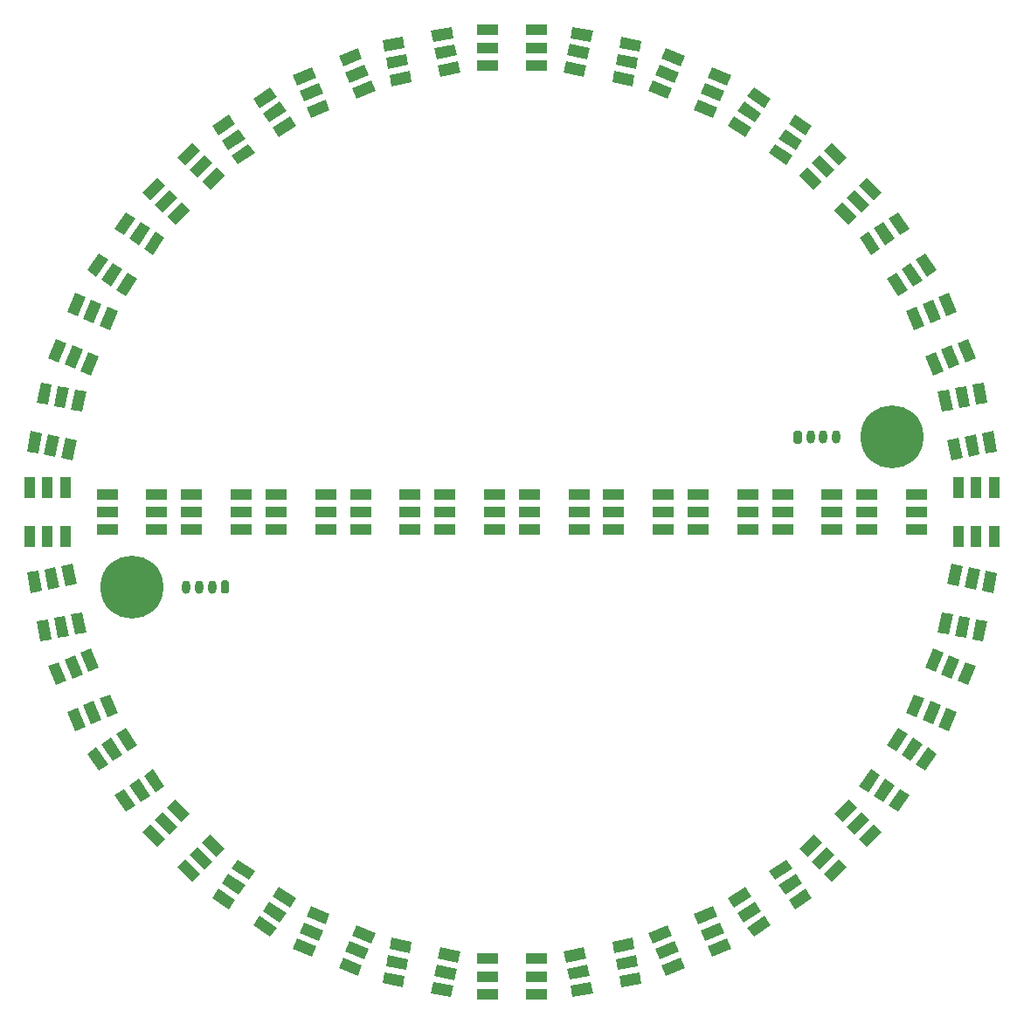
<source format=gbr>
%TF.GenerationSoftware,KiCad,Pcbnew,5.1.12-84ad8e8a86~92~ubuntu20.04.1*%
%TF.CreationDate,2021-11-26T14:05:01+01:00*%
%TF.ProjectId,led-ring-transom,6c65642d-7269-46e6-972d-7472616e736f,rev?*%
%TF.SameCoordinates,Original*%
%TF.FileFunction,Soldermask,Top*%
%TF.FilePolarity,Negative*%
%FSLAX46Y46*%
G04 Gerber Fmt 4.6, Leading zero omitted, Abs format (unit mm)*
G04 Created by KiCad (PCBNEW 5.1.12-84ad8e8a86~92~ubuntu20.04.1) date 2021-11-26 14:05:01*
%MOMM*%
%LPD*%
G01*
G04 APERTURE LIST*
%ADD10O,0.800000X1.300000*%
%ADD11C,6.100000*%
%ADD12R,2.000000X1.100000*%
%ADD13R,1.100000X2.000000*%
%ADD14C,0.100000*%
G04 APERTURE END LIST*
D10*
%TO.C,J_OUT1*%
X68430000Y-107250000D03*
X69680000Y-107250000D03*
X70930000Y-107250000D03*
G36*
G01*
X72580000Y-106800000D02*
X72580000Y-107700000D01*
G75*
G02*
X72380000Y-107900000I-200000J0D01*
G01*
X71980000Y-107900000D01*
G75*
G02*
X71780000Y-107700000I0J200000D01*
G01*
X71780000Y-106800000D01*
G75*
G02*
X71980000Y-106600000I200000J0D01*
G01*
X72380000Y-106600000D01*
G75*
G02*
X72580000Y-106800000I0J-200000D01*
G01*
G37*
%TD*%
%TO.C,J_IN1*%
X131430000Y-92750000D03*
X130180000Y-92750000D03*
X128930000Y-92750000D03*
G36*
G01*
X127280000Y-93200000D02*
X127280000Y-92300000D01*
G75*
G02*
X127480000Y-92100000I200000J0D01*
G01*
X127880000Y-92100000D01*
G75*
G02*
X128080000Y-92300000I0J-200000D01*
G01*
X128080000Y-93200000D01*
G75*
G02*
X127880000Y-93400000I-200000J0D01*
G01*
X127480000Y-93400000D01*
G75*
G02*
X127280000Y-93200000I0J200000D01*
G01*
G37*
%TD*%
D11*
%TO.C,H2*%
X136820000Y-92750000D03*
%TD*%
%TO.C,H1*%
X63200000Y-107250000D03*
%TD*%
D12*
%TO.C,D42*%
X60780000Y-101700000D03*
X60780000Y-100000000D03*
X60780000Y-98300000D03*
X65580000Y-98300000D03*
X65580000Y-100000000D03*
X65580000Y-101700000D03*
%TD*%
%TO.C,D41*%
X68960000Y-101700000D03*
X68960000Y-100000000D03*
X68960000Y-98300000D03*
X73760000Y-98300000D03*
X73760000Y-100000000D03*
X73760000Y-101700000D03*
%TD*%
%TO.C,D40*%
X77140000Y-101700000D03*
X77140000Y-100000000D03*
X77140000Y-98300000D03*
X81940000Y-98300000D03*
X81940000Y-100000000D03*
X81940000Y-101700000D03*
%TD*%
%TO.C,D39*%
X85320000Y-101700000D03*
X85320000Y-100000000D03*
X85320000Y-98300000D03*
X90120000Y-98300000D03*
X90120000Y-100000000D03*
X90120000Y-101700000D03*
%TD*%
%TO.C,D38*%
X93500000Y-101700000D03*
X93500000Y-100000000D03*
X93500000Y-98300000D03*
X98300000Y-98300000D03*
X98300000Y-100000000D03*
X98300000Y-101700000D03*
%TD*%
%TO.C,D37*%
X101680000Y-101700000D03*
X101680000Y-100000000D03*
X101680000Y-98300000D03*
X106480000Y-98300000D03*
X106480000Y-100000000D03*
X106480000Y-101700000D03*
%TD*%
%TO.C,D36*%
X109860000Y-101700000D03*
X109860000Y-100000000D03*
X109860000Y-98300000D03*
X114660000Y-98300000D03*
X114660000Y-100000000D03*
X114660000Y-101700000D03*
%TD*%
%TO.C,D35*%
X118040000Y-101700000D03*
X118040000Y-100000000D03*
X118040000Y-98300000D03*
X122840000Y-98300000D03*
X122840000Y-100000000D03*
X122840000Y-101700000D03*
%TD*%
%TO.C,D34*%
X126220000Y-101700000D03*
X126220000Y-100000000D03*
X126220000Y-98300000D03*
X131020000Y-98300000D03*
X131020000Y-100000000D03*
X131020000Y-101700000D03*
%TD*%
%TO.C,D33*%
X134400000Y-101700000D03*
X134400000Y-100000000D03*
X134400000Y-98300000D03*
X139200000Y-98300000D03*
X139200000Y-100000000D03*
X139200000Y-101700000D03*
%TD*%
D13*
%TO.C,D32*%
X143300000Y-97600000D03*
X145000000Y-97600000D03*
X146700000Y-97600000D03*
X146700000Y-102400000D03*
X145000000Y-102400000D03*
X143300000Y-102400000D03*
%TD*%
D14*
%TO.C,D31*%
G36*
X143673510Y-105219572D02*
G01*
X143281618Y-107180801D01*
X142202942Y-106965260D01*
X142594834Y-105004031D01*
X143673510Y-105219572D01*
G37*
G36*
X145340555Y-105552681D02*
G01*
X144948663Y-107513910D01*
X143869987Y-107298369D01*
X144261879Y-105337140D01*
X145340555Y-105552681D01*
G37*
G36*
X147007600Y-105885789D02*
G01*
X146615708Y-107847018D01*
X145537032Y-107631477D01*
X145928924Y-105670248D01*
X147007600Y-105885789D01*
G37*
G36*
X146067058Y-110592740D02*
G01*
X145675166Y-112553969D01*
X144596490Y-112338428D01*
X144988382Y-110377199D01*
X146067058Y-110592740D01*
G37*
G36*
X144400013Y-110259631D02*
G01*
X144008121Y-112220860D01*
X142929445Y-112005319D01*
X143321337Y-110044090D01*
X144400013Y-110259631D01*
G37*
G36*
X142732968Y-109926523D02*
G01*
X142341076Y-111887752D01*
X141262400Y-111672211D01*
X141654292Y-109710982D01*
X142732968Y-109926523D01*
G37*
%TD*%
%TO.C,D30*%
G36*
X141813662Y-113639723D02*
G01*
X141048295Y-115487482D01*
X140032028Y-115066531D01*
X140797395Y-113218772D01*
X141813662Y-113639723D01*
G37*
G36*
X143384257Y-114290285D02*
G01*
X142618890Y-116138044D01*
X141602623Y-115717093D01*
X142367990Y-113869334D01*
X143384257Y-114290285D01*
G37*
G36*
X144954852Y-114940847D02*
G01*
X144189485Y-116788606D01*
X143173218Y-116367655D01*
X143938585Y-114519896D01*
X144954852Y-114940847D01*
G37*
G36*
X143117972Y-119375469D02*
G01*
X142352605Y-121223228D01*
X141336338Y-120802277D01*
X142101705Y-118954518D01*
X143117972Y-119375469D01*
G37*
G36*
X141547377Y-118724907D02*
G01*
X140782010Y-120572666D01*
X139765743Y-120151715D01*
X140531110Y-118303956D01*
X141547377Y-118724907D01*
G37*
G36*
X139976782Y-118074345D02*
G01*
X139211415Y-119922104D01*
X138195148Y-119501153D01*
X138960515Y-117653394D01*
X139976782Y-118074345D01*
G37*
%TD*%
%TO.C,D29*%
G36*
X138351773Y-121535913D02*
G01*
X137239182Y-123197882D01*
X136325099Y-122585957D01*
X137437690Y-120923988D01*
X138351773Y-121535913D01*
G37*
G36*
X139764446Y-122481615D02*
G01*
X138651855Y-124143584D01*
X137737772Y-123531659D01*
X138850363Y-121869690D01*
X139764446Y-122481615D01*
G37*
G36*
X141177120Y-123427318D02*
G01*
X140064529Y-125089287D01*
X139150446Y-124477362D01*
X140263037Y-122815393D01*
X141177120Y-123427318D01*
G37*
G36*
X138506901Y-127416043D02*
G01*
X137394310Y-129078012D01*
X136480227Y-128466087D01*
X137592818Y-126804118D01*
X138506901Y-127416043D01*
G37*
G36*
X137094228Y-126470341D02*
G01*
X135981637Y-128132310D01*
X135067554Y-127520385D01*
X136180145Y-125858416D01*
X137094228Y-126470341D01*
G37*
G36*
X135681554Y-125524638D02*
G01*
X134568963Y-127186607D01*
X133654880Y-126574682D01*
X134767471Y-124912713D01*
X135681554Y-125524638D01*
G37*
%TD*%
%TO.C,D28*%
G36*
X133410991Y-128602664D02*
G01*
X131996777Y-130016878D01*
X131218959Y-129239060D01*
X132633173Y-127824846D01*
X133410991Y-128602664D01*
G37*
G36*
X134613072Y-129804746D02*
G01*
X133198858Y-131218960D01*
X132421040Y-130441142D01*
X133835254Y-129026928D01*
X134613072Y-129804746D01*
G37*
G36*
X135815154Y-131006827D02*
G01*
X134400940Y-132421041D01*
X133623122Y-131643223D01*
X135037336Y-130229009D01*
X135815154Y-131006827D01*
G37*
G36*
X132421041Y-134400940D02*
G01*
X131006827Y-135815154D01*
X130229009Y-135037336D01*
X131643223Y-133623122D01*
X132421041Y-134400940D01*
G37*
G36*
X131218960Y-133198858D02*
G01*
X129804746Y-134613072D01*
X129026928Y-133835254D01*
X130441142Y-132421040D01*
X131218960Y-133198858D01*
G37*
G36*
X130016878Y-131996777D02*
G01*
X128602664Y-133410991D01*
X127824846Y-132633173D01*
X129239060Y-131218959D01*
X130016878Y-131996777D01*
G37*
%TD*%
%TO.C,D27*%
G36*
X127191573Y-134572781D02*
G01*
X125527664Y-135682470D01*
X124917335Y-134767321D01*
X126581244Y-133657632D01*
X127191573Y-134572781D01*
G37*
G36*
X128134809Y-135987103D02*
G01*
X126470900Y-137096792D01*
X125860571Y-136181643D01*
X127524480Y-135071954D01*
X128134809Y-135987103D01*
G37*
G36*
X129078044Y-137401425D02*
G01*
X127414135Y-138511114D01*
X126803806Y-137595965D01*
X128467715Y-136486276D01*
X129078044Y-137401425D01*
G37*
G36*
X125084665Y-140064679D02*
G01*
X123420756Y-141174368D01*
X122810427Y-140259219D01*
X124474336Y-139149530D01*
X125084665Y-140064679D01*
G37*
G36*
X124141429Y-138650357D02*
G01*
X122477520Y-139760046D01*
X121867191Y-138844897D01*
X123531100Y-137735208D01*
X124141429Y-138650357D01*
G37*
G36*
X123198194Y-137236035D02*
G01*
X121534285Y-138345724D01*
X120923956Y-137430575D01*
X122587865Y-136320886D01*
X123198194Y-137236035D01*
G37*
%TD*%
%TO.C,D26*%
G36*
X119922104Y-139211415D02*
G01*
X118074345Y-139976782D01*
X117653394Y-138960515D01*
X119501153Y-138195148D01*
X119922104Y-139211415D01*
G37*
G36*
X120572666Y-140782010D02*
G01*
X118724907Y-141547377D01*
X118303956Y-140531110D01*
X120151715Y-139765743D01*
X120572666Y-140782010D01*
G37*
G36*
X121223228Y-142352605D02*
G01*
X119375469Y-143117972D01*
X118954518Y-142101705D01*
X120802277Y-141336338D01*
X121223228Y-142352605D01*
G37*
G36*
X116788606Y-144189485D02*
G01*
X114940847Y-144954852D01*
X114519896Y-143938585D01*
X116367655Y-143173218D01*
X116788606Y-144189485D01*
G37*
G36*
X116138044Y-142618890D02*
G01*
X114290285Y-143384257D01*
X113869334Y-142367990D01*
X115717093Y-141602623D01*
X116138044Y-142618890D01*
G37*
G36*
X115487482Y-141048295D02*
G01*
X113639723Y-141813662D01*
X113218772Y-140797395D01*
X115066531Y-140032028D01*
X115487482Y-141048295D01*
G37*
%TD*%
%TO.C,D25*%
G36*
X111890878Y-142346505D02*
G01*
X109928968Y-142734974D01*
X109715310Y-141655923D01*
X111677220Y-141267454D01*
X111890878Y-142346505D01*
G37*
G36*
X112221076Y-144014129D02*
G01*
X110259166Y-144402598D01*
X110045508Y-143323547D01*
X112007418Y-142935078D01*
X112221076Y-144014129D01*
G37*
G36*
X112551275Y-145681752D02*
G01*
X110589365Y-146070221D01*
X110375707Y-144991170D01*
X112337617Y-144602701D01*
X112551275Y-145681752D01*
G37*
G36*
X107842690Y-146614077D02*
G01*
X105880780Y-147002546D01*
X105667122Y-145923495D01*
X107629032Y-145535026D01*
X107842690Y-146614077D01*
G37*
G36*
X107512492Y-144946453D02*
G01*
X105550582Y-145334922D01*
X105336924Y-144255871D01*
X107298834Y-143867402D01*
X107512492Y-144946453D01*
G37*
G36*
X107182293Y-143278830D02*
G01*
X105220383Y-143667299D01*
X105006725Y-142588248D01*
X106968635Y-142199779D01*
X107182293Y-143278830D01*
G37*
%TD*%
D12*
%TO.C,D24*%
X102400000Y-143300000D03*
X102400000Y-145000000D03*
X102400000Y-146700000D03*
X97600000Y-146700000D03*
X97600000Y-145000000D03*
X97600000Y-143300000D03*
%TD*%
D14*
%TO.C,D23*%
G36*
X94780428Y-143673510D02*
G01*
X92819199Y-143281618D01*
X93034740Y-142202942D01*
X94995969Y-142594834D01*
X94780428Y-143673510D01*
G37*
G36*
X94447319Y-145340555D02*
G01*
X92486090Y-144948663D01*
X92701631Y-143869987D01*
X94662860Y-144261879D01*
X94447319Y-145340555D01*
G37*
G36*
X94114211Y-147007600D02*
G01*
X92152982Y-146615708D01*
X92368523Y-145537032D01*
X94329752Y-145928924D01*
X94114211Y-147007600D01*
G37*
G36*
X89407260Y-146067058D02*
G01*
X87446031Y-145675166D01*
X87661572Y-144596490D01*
X89622801Y-144988382D01*
X89407260Y-146067058D01*
G37*
G36*
X89740369Y-144400013D02*
G01*
X87779140Y-144008121D01*
X87994681Y-142929445D01*
X89955910Y-143321337D01*
X89740369Y-144400013D01*
G37*
G36*
X90073477Y-142732968D02*
G01*
X88112248Y-142341076D01*
X88327789Y-141262400D01*
X90289018Y-141654292D01*
X90073477Y-142732968D01*
G37*
%TD*%
%TO.C,D22*%
G36*
X86360277Y-141813662D02*
G01*
X84512518Y-141048295D01*
X84933469Y-140032028D01*
X86781228Y-140797395D01*
X86360277Y-141813662D01*
G37*
G36*
X85709715Y-143384257D02*
G01*
X83861956Y-142618890D01*
X84282907Y-141602623D01*
X86130666Y-142367990D01*
X85709715Y-143384257D01*
G37*
G36*
X85059153Y-144954852D02*
G01*
X83211394Y-144189485D01*
X83632345Y-143173218D01*
X85480104Y-143938585D01*
X85059153Y-144954852D01*
G37*
G36*
X80624531Y-143117972D02*
G01*
X78776772Y-142352605D01*
X79197723Y-141336338D01*
X81045482Y-142101705D01*
X80624531Y-143117972D01*
G37*
G36*
X81275093Y-141547377D02*
G01*
X79427334Y-140782010D01*
X79848285Y-139765743D01*
X81696044Y-140531110D01*
X81275093Y-141547377D01*
G37*
G36*
X81925655Y-139976782D02*
G01*
X80077896Y-139211415D01*
X80498847Y-138195148D01*
X82346606Y-138960515D01*
X81925655Y-139976782D01*
G37*
%TD*%
%TO.C,D21*%
G36*
X78464087Y-138351773D02*
G01*
X76802118Y-137239182D01*
X77414043Y-136325099D01*
X79076012Y-137437690D01*
X78464087Y-138351773D01*
G37*
G36*
X77518385Y-139764446D02*
G01*
X75856416Y-138651855D01*
X76468341Y-137737772D01*
X78130310Y-138850363D01*
X77518385Y-139764446D01*
G37*
G36*
X76572682Y-141177120D02*
G01*
X74910713Y-140064529D01*
X75522638Y-139150446D01*
X77184607Y-140263037D01*
X76572682Y-141177120D01*
G37*
G36*
X72583957Y-138506901D02*
G01*
X70921988Y-137394310D01*
X71533913Y-136480227D01*
X73195882Y-137592818D01*
X72583957Y-138506901D01*
G37*
G36*
X73529659Y-137094228D02*
G01*
X71867690Y-135981637D01*
X72479615Y-135067554D01*
X74141584Y-136180145D01*
X73529659Y-137094228D01*
G37*
G36*
X74475362Y-135681554D02*
G01*
X72813393Y-134568963D01*
X73425318Y-133654880D01*
X75087287Y-134767471D01*
X74475362Y-135681554D01*
G37*
%TD*%
%TO.C,D20*%
G36*
X71397336Y-133410991D02*
G01*
X69983122Y-131996777D01*
X70760940Y-131218959D01*
X72175154Y-132633173D01*
X71397336Y-133410991D01*
G37*
G36*
X70195254Y-134613072D02*
G01*
X68781040Y-133198858D01*
X69558858Y-132421040D01*
X70973072Y-133835254D01*
X70195254Y-134613072D01*
G37*
G36*
X68993173Y-135815154D02*
G01*
X67578959Y-134400940D01*
X68356777Y-133623122D01*
X69770991Y-135037336D01*
X68993173Y-135815154D01*
G37*
G36*
X65599060Y-132421041D02*
G01*
X64184846Y-131006827D01*
X64962664Y-130229009D01*
X66376878Y-131643223D01*
X65599060Y-132421041D01*
G37*
G36*
X66801142Y-131218960D02*
G01*
X65386928Y-129804746D01*
X66164746Y-129026928D01*
X67578960Y-130441142D01*
X66801142Y-131218960D01*
G37*
G36*
X68003223Y-130016878D02*
G01*
X66589009Y-128602664D01*
X67366827Y-127824846D01*
X68781041Y-129239060D01*
X68003223Y-130016878D01*
G37*
%TD*%
%TO.C,D19*%
G36*
X65427219Y-127191573D02*
G01*
X64317530Y-125527664D01*
X65232679Y-124917335D01*
X66342368Y-126581244D01*
X65427219Y-127191573D01*
G37*
G36*
X64012897Y-128134809D02*
G01*
X62903208Y-126470900D01*
X63818357Y-125860571D01*
X64928046Y-127524480D01*
X64012897Y-128134809D01*
G37*
G36*
X62598575Y-129078044D02*
G01*
X61488886Y-127414135D01*
X62404035Y-126803806D01*
X63513724Y-128467715D01*
X62598575Y-129078044D01*
G37*
G36*
X59935321Y-125084665D02*
G01*
X58825632Y-123420756D01*
X59740781Y-122810427D01*
X60850470Y-124474336D01*
X59935321Y-125084665D01*
G37*
G36*
X61349643Y-124141429D02*
G01*
X60239954Y-122477520D01*
X61155103Y-121867191D01*
X62264792Y-123531100D01*
X61349643Y-124141429D01*
G37*
G36*
X62763965Y-123198194D02*
G01*
X61654276Y-121534285D01*
X62569425Y-120923956D01*
X63679114Y-122587865D01*
X62763965Y-123198194D01*
G37*
%TD*%
%TO.C,D18*%
G36*
X60788585Y-119922104D02*
G01*
X60023218Y-118074345D01*
X61039485Y-117653394D01*
X61804852Y-119501153D01*
X60788585Y-119922104D01*
G37*
G36*
X59217990Y-120572666D02*
G01*
X58452623Y-118724907D01*
X59468890Y-118303956D01*
X60234257Y-120151715D01*
X59217990Y-120572666D01*
G37*
G36*
X57647395Y-121223228D02*
G01*
X56882028Y-119375469D01*
X57898295Y-118954518D01*
X58663662Y-120802277D01*
X57647395Y-121223228D01*
G37*
G36*
X55810515Y-116788606D02*
G01*
X55045148Y-114940847D01*
X56061415Y-114519896D01*
X56826782Y-116367655D01*
X55810515Y-116788606D01*
G37*
G36*
X57381110Y-116138044D02*
G01*
X56615743Y-114290285D01*
X57632010Y-113869334D01*
X58397377Y-115717093D01*
X57381110Y-116138044D01*
G37*
G36*
X58951705Y-115487482D02*
G01*
X58186338Y-113639723D01*
X59202605Y-113218772D01*
X59967972Y-115066531D01*
X58951705Y-115487482D01*
G37*
%TD*%
%TO.C,D17*%
G36*
X57653495Y-111890878D02*
G01*
X57265026Y-109928968D01*
X58344077Y-109715310D01*
X58732546Y-111677220D01*
X57653495Y-111890878D01*
G37*
G36*
X55985871Y-112221076D02*
G01*
X55597402Y-110259166D01*
X56676453Y-110045508D01*
X57064922Y-112007418D01*
X55985871Y-112221076D01*
G37*
G36*
X54318248Y-112551275D02*
G01*
X53929779Y-110589365D01*
X55008830Y-110375707D01*
X55397299Y-112337617D01*
X54318248Y-112551275D01*
G37*
G36*
X53385923Y-107842690D02*
G01*
X52997454Y-105880780D01*
X54076505Y-105667122D01*
X54464974Y-107629032D01*
X53385923Y-107842690D01*
G37*
G36*
X55053547Y-107512492D02*
G01*
X54665078Y-105550582D01*
X55744129Y-105336924D01*
X56132598Y-107298834D01*
X55053547Y-107512492D01*
G37*
G36*
X56721170Y-107182293D02*
G01*
X56332701Y-105220383D01*
X57411752Y-105006725D01*
X57800221Y-106968635D01*
X56721170Y-107182293D01*
G37*
%TD*%
D13*
%TO.C,D16*%
X56700000Y-102400000D03*
X55000000Y-102400000D03*
X53300000Y-102400000D03*
X53300000Y-97600000D03*
X55000000Y-97600000D03*
X56700000Y-97600000D03*
%TD*%
D14*
%TO.C,D15*%
G36*
X56326490Y-94780428D02*
G01*
X56718382Y-92819199D01*
X57797058Y-93034740D01*
X57405166Y-94995969D01*
X56326490Y-94780428D01*
G37*
G36*
X54659445Y-94447319D02*
G01*
X55051337Y-92486090D01*
X56130013Y-92701631D01*
X55738121Y-94662860D01*
X54659445Y-94447319D01*
G37*
G36*
X52992400Y-94114211D02*
G01*
X53384292Y-92152982D01*
X54462968Y-92368523D01*
X54071076Y-94329752D01*
X52992400Y-94114211D01*
G37*
G36*
X53932942Y-89407260D02*
G01*
X54324834Y-87446031D01*
X55403510Y-87661572D01*
X55011618Y-89622801D01*
X53932942Y-89407260D01*
G37*
G36*
X55599987Y-89740369D02*
G01*
X55991879Y-87779140D01*
X57070555Y-87994681D01*
X56678663Y-89955910D01*
X55599987Y-89740369D01*
G37*
G36*
X57267032Y-90073477D02*
G01*
X57658924Y-88112248D01*
X58737600Y-88327789D01*
X58345708Y-90289018D01*
X57267032Y-90073477D01*
G37*
%TD*%
%TO.C,D14*%
G36*
X58186338Y-86360277D02*
G01*
X58951705Y-84512518D01*
X59967972Y-84933469D01*
X59202605Y-86781228D01*
X58186338Y-86360277D01*
G37*
G36*
X56615743Y-85709715D02*
G01*
X57381110Y-83861956D01*
X58397377Y-84282907D01*
X57632010Y-86130666D01*
X56615743Y-85709715D01*
G37*
G36*
X55045148Y-85059153D02*
G01*
X55810515Y-83211394D01*
X56826782Y-83632345D01*
X56061415Y-85480104D01*
X55045148Y-85059153D01*
G37*
G36*
X56882028Y-80624531D02*
G01*
X57647395Y-78776772D01*
X58663662Y-79197723D01*
X57898295Y-81045482D01*
X56882028Y-80624531D01*
G37*
G36*
X58452623Y-81275093D02*
G01*
X59217990Y-79427334D01*
X60234257Y-79848285D01*
X59468890Y-81696044D01*
X58452623Y-81275093D01*
G37*
G36*
X60023218Y-81925655D02*
G01*
X60788585Y-80077896D01*
X61804852Y-80498847D01*
X61039485Y-82346606D01*
X60023218Y-81925655D01*
G37*
%TD*%
%TO.C,D13*%
G36*
X61648227Y-78464087D02*
G01*
X62760818Y-76802118D01*
X63674901Y-77414043D01*
X62562310Y-79076012D01*
X61648227Y-78464087D01*
G37*
G36*
X60235554Y-77518385D02*
G01*
X61348145Y-75856416D01*
X62262228Y-76468341D01*
X61149637Y-78130310D01*
X60235554Y-77518385D01*
G37*
G36*
X58822880Y-76572682D02*
G01*
X59935471Y-74910713D01*
X60849554Y-75522638D01*
X59736963Y-77184607D01*
X58822880Y-76572682D01*
G37*
G36*
X61493099Y-72583957D02*
G01*
X62605690Y-70921988D01*
X63519773Y-71533913D01*
X62407182Y-73195882D01*
X61493099Y-72583957D01*
G37*
G36*
X62905772Y-73529659D02*
G01*
X64018363Y-71867690D01*
X64932446Y-72479615D01*
X63819855Y-74141584D01*
X62905772Y-73529659D01*
G37*
G36*
X64318446Y-74475362D02*
G01*
X65431037Y-72813393D01*
X66345120Y-73425318D01*
X65232529Y-75087287D01*
X64318446Y-74475362D01*
G37*
%TD*%
%TO.C,D12*%
G36*
X66589009Y-71397336D02*
G01*
X68003223Y-69983122D01*
X68781041Y-70760940D01*
X67366827Y-72175154D01*
X66589009Y-71397336D01*
G37*
G36*
X65386928Y-70195254D02*
G01*
X66801142Y-68781040D01*
X67578960Y-69558858D01*
X66164746Y-70973072D01*
X65386928Y-70195254D01*
G37*
G36*
X64184846Y-68993173D02*
G01*
X65599060Y-67578959D01*
X66376878Y-68356777D01*
X64962664Y-69770991D01*
X64184846Y-68993173D01*
G37*
G36*
X67578959Y-65599060D02*
G01*
X68993173Y-64184846D01*
X69770991Y-64962664D01*
X68356777Y-66376878D01*
X67578959Y-65599060D01*
G37*
G36*
X68781040Y-66801142D02*
G01*
X70195254Y-65386928D01*
X70973072Y-66164746D01*
X69558858Y-67578960D01*
X68781040Y-66801142D01*
G37*
G36*
X69983122Y-68003223D02*
G01*
X71397336Y-66589009D01*
X72175154Y-67366827D01*
X70760940Y-68781041D01*
X69983122Y-68003223D01*
G37*
%TD*%
%TO.C,D11*%
G36*
X72808427Y-65427219D02*
G01*
X74472336Y-64317530D01*
X75082665Y-65232679D01*
X73418756Y-66342368D01*
X72808427Y-65427219D01*
G37*
G36*
X71865191Y-64012897D02*
G01*
X73529100Y-62903208D01*
X74139429Y-63818357D01*
X72475520Y-64928046D01*
X71865191Y-64012897D01*
G37*
G36*
X70921956Y-62598575D02*
G01*
X72585865Y-61488886D01*
X73196194Y-62404035D01*
X71532285Y-63513724D01*
X70921956Y-62598575D01*
G37*
G36*
X74915335Y-59935321D02*
G01*
X76579244Y-58825632D01*
X77189573Y-59740781D01*
X75525664Y-60850470D01*
X74915335Y-59935321D01*
G37*
G36*
X75858571Y-61349643D02*
G01*
X77522480Y-60239954D01*
X78132809Y-61155103D01*
X76468900Y-62264792D01*
X75858571Y-61349643D01*
G37*
G36*
X76801806Y-62763965D02*
G01*
X78465715Y-61654276D01*
X79076044Y-62569425D01*
X77412135Y-63679114D01*
X76801806Y-62763965D01*
G37*
%TD*%
%TO.C,D10*%
G36*
X80077896Y-60788585D02*
G01*
X81925655Y-60023218D01*
X82346606Y-61039485D01*
X80498847Y-61804852D01*
X80077896Y-60788585D01*
G37*
G36*
X79427334Y-59217990D02*
G01*
X81275093Y-58452623D01*
X81696044Y-59468890D01*
X79848285Y-60234257D01*
X79427334Y-59217990D01*
G37*
G36*
X78776772Y-57647395D02*
G01*
X80624531Y-56882028D01*
X81045482Y-57898295D01*
X79197723Y-58663662D01*
X78776772Y-57647395D01*
G37*
G36*
X83211394Y-55810515D02*
G01*
X85059153Y-55045148D01*
X85480104Y-56061415D01*
X83632345Y-56826782D01*
X83211394Y-55810515D01*
G37*
G36*
X83861956Y-57381110D02*
G01*
X85709715Y-56615743D01*
X86130666Y-57632010D01*
X84282907Y-58397377D01*
X83861956Y-57381110D01*
G37*
G36*
X84512518Y-58951705D02*
G01*
X86360277Y-58186338D01*
X86781228Y-59202605D01*
X84933469Y-59967972D01*
X84512518Y-58951705D01*
G37*
%TD*%
%TO.C,D9*%
G36*
X88109122Y-57653495D02*
G01*
X90071032Y-57265026D01*
X90284690Y-58344077D01*
X88322780Y-58732546D01*
X88109122Y-57653495D01*
G37*
G36*
X87778924Y-55985871D02*
G01*
X89740834Y-55597402D01*
X89954492Y-56676453D01*
X87992582Y-57064922D01*
X87778924Y-55985871D01*
G37*
G36*
X87448725Y-54318248D02*
G01*
X89410635Y-53929779D01*
X89624293Y-55008830D01*
X87662383Y-55397299D01*
X87448725Y-54318248D01*
G37*
G36*
X92157310Y-53385923D02*
G01*
X94119220Y-52997454D01*
X94332878Y-54076505D01*
X92370968Y-54464974D01*
X92157310Y-53385923D01*
G37*
G36*
X92487508Y-55053547D02*
G01*
X94449418Y-54665078D01*
X94663076Y-55744129D01*
X92701166Y-56132598D01*
X92487508Y-55053547D01*
G37*
G36*
X92817707Y-56721170D02*
G01*
X94779617Y-56332701D01*
X94993275Y-57411752D01*
X93031365Y-57800221D01*
X92817707Y-56721170D01*
G37*
%TD*%
D12*
%TO.C,D8*%
X97600000Y-56700000D03*
X97600000Y-55000000D03*
X97600000Y-53300000D03*
X102400000Y-53300000D03*
X102400000Y-55000000D03*
X102400000Y-56700000D03*
%TD*%
D14*
%TO.C,D7*%
G36*
X105219572Y-56326490D02*
G01*
X107180801Y-56718382D01*
X106965260Y-57797058D01*
X105004031Y-57405166D01*
X105219572Y-56326490D01*
G37*
G36*
X105552681Y-54659445D02*
G01*
X107513910Y-55051337D01*
X107298369Y-56130013D01*
X105337140Y-55738121D01*
X105552681Y-54659445D01*
G37*
G36*
X105885789Y-52992400D02*
G01*
X107847018Y-53384292D01*
X107631477Y-54462968D01*
X105670248Y-54071076D01*
X105885789Y-52992400D01*
G37*
G36*
X110592740Y-53932942D02*
G01*
X112553969Y-54324834D01*
X112338428Y-55403510D01*
X110377199Y-55011618D01*
X110592740Y-53932942D01*
G37*
G36*
X110259631Y-55599987D02*
G01*
X112220860Y-55991879D01*
X112005319Y-57070555D01*
X110044090Y-56678663D01*
X110259631Y-55599987D01*
G37*
G36*
X109926523Y-57267032D02*
G01*
X111887752Y-57658924D01*
X111672211Y-58737600D01*
X109710982Y-58345708D01*
X109926523Y-57267032D01*
G37*
%TD*%
%TO.C,D6*%
G36*
X113639723Y-58186338D02*
G01*
X115487482Y-58951705D01*
X115066531Y-59967972D01*
X113218772Y-59202605D01*
X113639723Y-58186338D01*
G37*
G36*
X114290285Y-56615743D02*
G01*
X116138044Y-57381110D01*
X115717093Y-58397377D01*
X113869334Y-57632010D01*
X114290285Y-56615743D01*
G37*
G36*
X114940847Y-55045148D02*
G01*
X116788606Y-55810515D01*
X116367655Y-56826782D01*
X114519896Y-56061415D01*
X114940847Y-55045148D01*
G37*
G36*
X119375469Y-56882028D02*
G01*
X121223228Y-57647395D01*
X120802277Y-58663662D01*
X118954518Y-57898295D01*
X119375469Y-56882028D01*
G37*
G36*
X118724907Y-58452623D02*
G01*
X120572666Y-59217990D01*
X120151715Y-60234257D01*
X118303956Y-59468890D01*
X118724907Y-58452623D01*
G37*
G36*
X118074345Y-60023218D02*
G01*
X119922104Y-60788585D01*
X119501153Y-61804852D01*
X117653394Y-61039485D01*
X118074345Y-60023218D01*
G37*
%TD*%
%TO.C,D5*%
G36*
X121535913Y-61648227D02*
G01*
X123197882Y-62760818D01*
X122585957Y-63674901D01*
X120923988Y-62562310D01*
X121535913Y-61648227D01*
G37*
G36*
X122481615Y-60235554D02*
G01*
X124143584Y-61348145D01*
X123531659Y-62262228D01*
X121869690Y-61149637D01*
X122481615Y-60235554D01*
G37*
G36*
X123427318Y-58822880D02*
G01*
X125089287Y-59935471D01*
X124477362Y-60849554D01*
X122815393Y-59736963D01*
X123427318Y-58822880D01*
G37*
G36*
X127416043Y-61493099D02*
G01*
X129078012Y-62605690D01*
X128466087Y-63519773D01*
X126804118Y-62407182D01*
X127416043Y-61493099D01*
G37*
G36*
X126470341Y-62905772D02*
G01*
X128132310Y-64018363D01*
X127520385Y-64932446D01*
X125858416Y-63819855D01*
X126470341Y-62905772D01*
G37*
G36*
X125524638Y-64318446D02*
G01*
X127186607Y-65431037D01*
X126574682Y-66345120D01*
X124912713Y-65232529D01*
X125524638Y-64318446D01*
G37*
%TD*%
%TO.C,D4*%
G36*
X128602664Y-66589009D02*
G01*
X130016878Y-68003223D01*
X129239060Y-68781041D01*
X127824846Y-67366827D01*
X128602664Y-66589009D01*
G37*
G36*
X129804746Y-65386928D02*
G01*
X131218960Y-66801142D01*
X130441142Y-67578960D01*
X129026928Y-66164746D01*
X129804746Y-65386928D01*
G37*
G36*
X131006827Y-64184846D02*
G01*
X132421041Y-65599060D01*
X131643223Y-66376878D01*
X130229009Y-64962664D01*
X131006827Y-64184846D01*
G37*
G36*
X134400940Y-67578959D02*
G01*
X135815154Y-68993173D01*
X135037336Y-69770991D01*
X133623122Y-68356777D01*
X134400940Y-67578959D01*
G37*
G36*
X133198858Y-68781040D02*
G01*
X134613072Y-70195254D01*
X133835254Y-70973072D01*
X132421040Y-69558858D01*
X133198858Y-68781040D01*
G37*
G36*
X131996777Y-69983122D02*
G01*
X133410991Y-71397336D01*
X132633173Y-72175154D01*
X131218959Y-70760940D01*
X131996777Y-69983122D01*
G37*
%TD*%
%TO.C,D3*%
G36*
X134572781Y-72808427D02*
G01*
X135682470Y-74472336D01*
X134767321Y-75082665D01*
X133657632Y-73418756D01*
X134572781Y-72808427D01*
G37*
G36*
X135987103Y-71865191D02*
G01*
X137096792Y-73529100D01*
X136181643Y-74139429D01*
X135071954Y-72475520D01*
X135987103Y-71865191D01*
G37*
G36*
X137401425Y-70921956D02*
G01*
X138511114Y-72585865D01*
X137595965Y-73196194D01*
X136486276Y-71532285D01*
X137401425Y-70921956D01*
G37*
G36*
X140064679Y-74915335D02*
G01*
X141174368Y-76579244D01*
X140259219Y-77189573D01*
X139149530Y-75525664D01*
X140064679Y-74915335D01*
G37*
G36*
X138650357Y-75858571D02*
G01*
X139760046Y-77522480D01*
X138844897Y-78132809D01*
X137735208Y-76468900D01*
X138650357Y-75858571D01*
G37*
G36*
X137236035Y-76801806D02*
G01*
X138345724Y-78465715D01*
X137430575Y-79076044D01*
X136320886Y-77412135D01*
X137236035Y-76801806D01*
G37*
%TD*%
%TO.C,D2*%
G36*
X139211415Y-80077896D02*
G01*
X139976782Y-81925655D01*
X138960515Y-82346606D01*
X138195148Y-80498847D01*
X139211415Y-80077896D01*
G37*
G36*
X140782010Y-79427334D02*
G01*
X141547377Y-81275093D01*
X140531110Y-81696044D01*
X139765743Y-79848285D01*
X140782010Y-79427334D01*
G37*
G36*
X142352605Y-78776772D02*
G01*
X143117972Y-80624531D01*
X142101705Y-81045482D01*
X141336338Y-79197723D01*
X142352605Y-78776772D01*
G37*
G36*
X144189485Y-83211394D02*
G01*
X144954852Y-85059153D01*
X143938585Y-85480104D01*
X143173218Y-83632345D01*
X144189485Y-83211394D01*
G37*
G36*
X142618890Y-83861956D02*
G01*
X143384257Y-85709715D01*
X142367990Y-86130666D01*
X141602623Y-84282907D01*
X142618890Y-83861956D01*
G37*
G36*
X141048295Y-84512518D02*
G01*
X141813662Y-86360277D01*
X140797395Y-86781228D01*
X140032028Y-84933469D01*
X141048295Y-84512518D01*
G37*
%TD*%
%TO.C,D1*%
G36*
X142346505Y-88109122D02*
G01*
X142734974Y-90071032D01*
X141655923Y-90284690D01*
X141267454Y-88322780D01*
X142346505Y-88109122D01*
G37*
G36*
X144014129Y-87778924D02*
G01*
X144402598Y-89740834D01*
X143323547Y-89954492D01*
X142935078Y-87992582D01*
X144014129Y-87778924D01*
G37*
G36*
X145681752Y-87448725D02*
G01*
X146070221Y-89410635D01*
X144991170Y-89624293D01*
X144602701Y-87662383D01*
X145681752Y-87448725D01*
G37*
G36*
X146614077Y-92157310D02*
G01*
X147002546Y-94119220D01*
X145923495Y-94332878D01*
X145535026Y-92370968D01*
X146614077Y-92157310D01*
G37*
G36*
X144946453Y-92487508D02*
G01*
X145334922Y-94449418D01*
X144255871Y-94663076D01*
X143867402Y-92701166D01*
X144946453Y-92487508D01*
G37*
G36*
X143278830Y-92817707D02*
G01*
X143667299Y-94779617D01*
X142588248Y-94993275D01*
X142199779Y-93031365D01*
X143278830Y-92817707D01*
G37*
%TD*%
M02*

</source>
